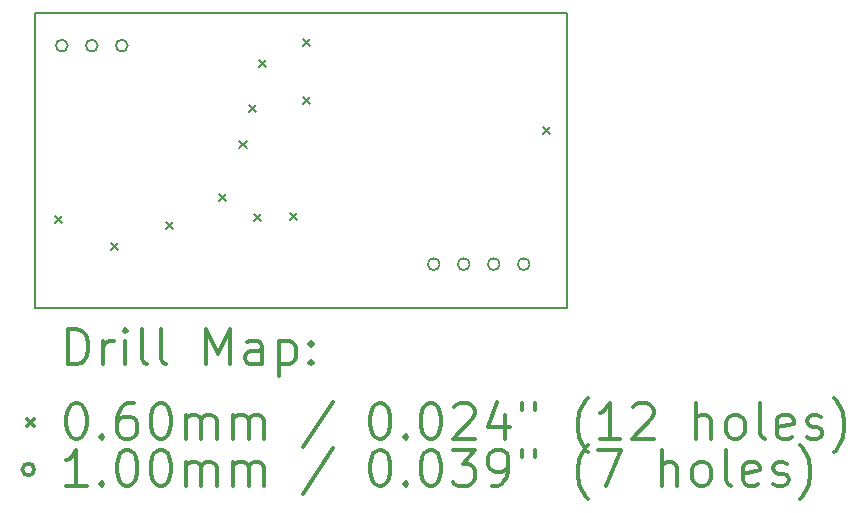
<source format=gbr>
%FSLAX45Y45*%
G04 Gerber Fmt 4.5, Leading zero omitted, Abs format (unit mm)*
G04 Created by KiCad (PCBNEW (5.1.6-0-10_14)) date 2021-08-08 15:58:09*
%MOMM*%
%LPD*%
G01*
G04 APERTURE LIST*
%TA.AperFunction,Profile*%
%ADD10C,0.150000*%
%TD*%
%ADD11C,0.200000*%
%ADD12C,0.300000*%
G04 APERTURE END LIST*
D10*
X0Y0D02*
X0Y2500000D01*
X4500000Y0D02*
X0Y0D01*
X4500000Y2500000D02*
X4500000Y0D01*
X0Y2500000D02*
X4500000Y2500000D01*
D11*
X170000Y780000D02*
X230000Y720000D01*
X230000Y780000D02*
X170000Y720000D01*
X645000Y555000D02*
X705000Y495000D01*
X705000Y555000D02*
X645000Y495000D01*
X1110000Y730000D02*
X1170000Y670000D01*
X1170000Y730000D02*
X1110000Y670000D01*
X1560000Y970000D02*
X1620000Y910000D01*
X1620000Y970000D02*
X1560000Y910000D01*
X1730000Y1420000D02*
X1790000Y1360000D01*
X1790000Y1420000D02*
X1730000Y1360000D01*
X1810000Y1720000D02*
X1870000Y1660000D01*
X1870000Y1720000D02*
X1810000Y1660000D01*
X1850000Y800000D02*
X1910000Y740000D01*
X1910000Y800000D02*
X1850000Y740000D01*
X1895001Y2105000D02*
X1955001Y2045000D01*
X1955001Y2105000D02*
X1895001Y2045000D01*
X2160000Y810000D02*
X2220000Y750000D01*
X2220000Y810000D02*
X2160000Y750000D01*
X2270000Y2280000D02*
X2330000Y2220000D01*
X2330000Y2280000D02*
X2270000Y2220000D01*
X2270000Y1790000D02*
X2330000Y1730000D01*
X2330000Y1790000D02*
X2270000Y1730000D01*
X4300000Y1540000D02*
X4360000Y1480000D01*
X4360000Y1540000D02*
X4300000Y1480000D01*
X275000Y2225000D02*
G75*
G03*
X275000Y2225000I-50000J0D01*
G01*
X529000Y2225000D02*
G75*
G03*
X529000Y2225000I-50000J0D01*
G01*
X783000Y2225000D02*
G75*
G03*
X783000Y2225000I-50000J0D01*
G01*
X3425000Y375000D02*
G75*
G03*
X3425000Y375000I-50000J0D01*
G01*
X3679000Y375000D02*
G75*
G03*
X3679000Y375000I-50000J0D01*
G01*
X3933000Y375000D02*
G75*
G03*
X3933000Y375000I-50000J0D01*
G01*
X4187000Y375000D02*
G75*
G03*
X4187000Y375000I-50000J0D01*
G01*
D12*
X278928Y-473214D02*
X278928Y-173214D01*
X350357Y-173214D01*
X393214Y-187500D01*
X421786Y-216071D01*
X436071Y-244643D01*
X450357Y-301786D01*
X450357Y-344643D01*
X436071Y-401786D01*
X421786Y-430357D01*
X393214Y-458929D01*
X350357Y-473214D01*
X278928Y-473214D01*
X578928Y-473214D02*
X578928Y-273214D01*
X578928Y-330357D02*
X593214Y-301786D01*
X607500Y-287500D01*
X636071Y-273214D01*
X664643Y-273214D01*
X764643Y-473214D02*
X764643Y-273214D01*
X764643Y-173214D02*
X750357Y-187500D01*
X764643Y-201786D01*
X778928Y-187500D01*
X764643Y-173214D01*
X764643Y-201786D01*
X950357Y-473214D02*
X921786Y-458929D01*
X907500Y-430357D01*
X907500Y-173214D01*
X1107500Y-473214D02*
X1078928Y-458929D01*
X1064643Y-430357D01*
X1064643Y-173214D01*
X1450357Y-473214D02*
X1450357Y-173214D01*
X1550357Y-387500D01*
X1650357Y-173214D01*
X1650357Y-473214D01*
X1921786Y-473214D02*
X1921786Y-316072D01*
X1907500Y-287500D01*
X1878928Y-273214D01*
X1821786Y-273214D01*
X1793214Y-287500D01*
X1921786Y-458929D02*
X1893214Y-473214D01*
X1821786Y-473214D01*
X1793214Y-458929D01*
X1778928Y-430357D01*
X1778928Y-401786D01*
X1793214Y-373214D01*
X1821786Y-358929D01*
X1893214Y-358929D01*
X1921786Y-344643D01*
X2064643Y-273214D02*
X2064643Y-573214D01*
X2064643Y-287500D02*
X2093214Y-273214D01*
X2150357Y-273214D01*
X2178928Y-287500D01*
X2193214Y-301786D01*
X2207500Y-330357D01*
X2207500Y-416071D01*
X2193214Y-444643D01*
X2178928Y-458929D01*
X2150357Y-473214D01*
X2093214Y-473214D01*
X2064643Y-458929D01*
X2336071Y-444643D02*
X2350357Y-458929D01*
X2336071Y-473214D01*
X2321786Y-458929D01*
X2336071Y-444643D01*
X2336071Y-473214D01*
X2336071Y-287500D02*
X2350357Y-301786D01*
X2336071Y-316072D01*
X2321786Y-301786D01*
X2336071Y-287500D01*
X2336071Y-316072D01*
X-67500Y-937500D02*
X-7500Y-997500D01*
X-7500Y-937500D02*
X-67500Y-997500D01*
X336071Y-803214D02*
X364643Y-803214D01*
X393214Y-817500D01*
X407500Y-831786D01*
X421786Y-860357D01*
X436071Y-917500D01*
X436071Y-988929D01*
X421786Y-1046071D01*
X407500Y-1074643D01*
X393214Y-1088929D01*
X364643Y-1103214D01*
X336071Y-1103214D01*
X307500Y-1088929D01*
X293214Y-1074643D01*
X278928Y-1046071D01*
X264643Y-988929D01*
X264643Y-917500D01*
X278928Y-860357D01*
X293214Y-831786D01*
X307500Y-817500D01*
X336071Y-803214D01*
X564643Y-1074643D02*
X578928Y-1088929D01*
X564643Y-1103214D01*
X550357Y-1088929D01*
X564643Y-1074643D01*
X564643Y-1103214D01*
X836071Y-803214D02*
X778928Y-803214D01*
X750357Y-817500D01*
X736071Y-831786D01*
X707500Y-874643D01*
X693214Y-931786D01*
X693214Y-1046071D01*
X707500Y-1074643D01*
X721786Y-1088929D01*
X750357Y-1103214D01*
X807500Y-1103214D01*
X836071Y-1088929D01*
X850357Y-1074643D01*
X864643Y-1046071D01*
X864643Y-974643D01*
X850357Y-946071D01*
X836071Y-931786D01*
X807500Y-917500D01*
X750357Y-917500D01*
X721786Y-931786D01*
X707500Y-946071D01*
X693214Y-974643D01*
X1050357Y-803214D02*
X1078928Y-803214D01*
X1107500Y-817500D01*
X1121786Y-831786D01*
X1136071Y-860357D01*
X1150357Y-917500D01*
X1150357Y-988929D01*
X1136071Y-1046071D01*
X1121786Y-1074643D01*
X1107500Y-1088929D01*
X1078928Y-1103214D01*
X1050357Y-1103214D01*
X1021786Y-1088929D01*
X1007500Y-1074643D01*
X993214Y-1046071D01*
X978928Y-988929D01*
X978928Y-917500D01*
X993214Y-860357D01*
X1007500Y-831786D01*
X1021786Y-817500D01*
X1050357Y-803214D01*
X1278928Y-1103214D02*
X1278928Y-903214D01*
X1278928Y-931786D02*
X1293214Y-917500D01*
X1321786Y-903214D01*
X1364643Y-903214D01*
X1393214Y-917500D01*
X1407500Y-946071D01*
X1407500Y-1103214D01*
X1407500Y-946071D02*
X1421786Y-917500D01*
X1450357Y-903214D01*
X1493214Y-903214D01*
X1521786Y-917500D01*
X1536071Y-946071D01*
X1536071Y-1103214D01*
X1678928Y-1103214D02*
X1678928Y-903214D01*
X1678928Y-931786D02*
X1693214Y-917500D01*
X1721786Y-903214D01*
X1764643Y-903214D01*
X1793214Y-917500D01*
X1807500Y-946071D01*
X1807500Y-1103214D01*
X1807500Y-946071D02*
X1821786Y-917500D01*
X1850357Y-903214D01*
X1893214Y-903214D01*
X1921786Y-917500D01*
X1936071Y-946071D01*
X1936071Y-1103214D01*
X2521786Y-788929D02*
X2264643Y-1174643D01*
X2907500Y-803214D02*
X2936071Y-803214D01*
X2964643Y-817500D01*
X2978928Y-831786D01*
X2993214Y-860357D01*
X3007500Y-917500D01*
X3007500Y-988929D01*
X2993214Y-1046071D01*
X2978928Y-1074643D01*
X2964643Y-1088929D01*
X2936071Y-1103214D01*
X2907500Y-1103214D01*
X2878928Y-1088929D01*
X2864643Y-1074643D01*
X2850357Y-1046071D01*
X2836071Y-988929D01*
X2836071Y-917500D01*
X2850357Y-860357D01*
X2864643Y-831786D01*
X2878928Y-817500D01*
X2907500Y-803214D01*
X3136071Y-1074643D02*
X3150357Y-1088929D01*
X3136071Y-1103214D01*
X3121786Y-1088929D01*
X3136071Y-1074643D01*
X3136071Y-1103214D01*
X3336071Y-803214D02*
X3364643Y-803214D01*
X3393214Y-817500D01*
X3407500Y-831786D01*
X3421786Y-860357D01*
X3436071Y-917500D01*
X3436071Y-988929D01*
X3421786Y-1046071D01*
X3407500Y-1074643D01*
X3393214Y-1088929D01*
X3364643Y-1103214D01*
X3336071Y-1103214D01*
X3307500Y-1088929D01*
X3293214Y-1074643D01*
X3278928Y-1046071D01*
X3264643Y-988929D01*
X3264643Y-917500D01*
X3278928Y-860357D01*
X3293214Y-831786D01*
X3307500Y-817500D01*
X3336071Y-803214D01*
X3550357Y-831786D02*
X3564643Y-817500D01*
X3593214Y-803214D01*
X3664643Y-803214D01*
X3693214Y-817500D01*
X3707500Y-831786D01*
X3721786Y-860357D01*
X3721786Y-888929D01*
X3707500Y-931786D01*
X3536071Y-1103214D01*
X3721786Y-1103214D01*
X3978928Y-903214D02*
X3978928Y-1103214D01*
X3907500Y-788929D02*
X3836071Y-1003214D01*
X4021786Y-1003214D01*
X4121786Y-803214D02*
X4121786Y-860357D01*
X4236071Y-803214D02*
X4236071Y-860357D01*
X4678928Y-1217500D02*
X4664643Y-1203214D01*
X4636071Y-1160357D01*
X4621786Y-1131786D01*
X4607500Y-1088929D01*
X4593214Y-1017500D01*
X4593214Y-960357D01*
X4607500Y-888929D01*
X4621786Y-846071D01*
X4636071Y-817500D01*
X4664643Y-774643D01*
X4678928Y-760357D01*
X4950357Y-1103214D02*
X4778928Y-1103214D01*
X4864643Y-1103214D02*
X4864643Y-803214D01*
X4836071Y-846071D01*
X4807500Y-874643D01*
X4778928Y-888929D01*
X5064643Y-831786D02*
X5078928Y-817500D01*
X5107500Y-803214D01*
X5178928Y-803214D01*
X5207500Y-817500D01*
X5221786Y-831786D01*
X5236071Y-860357D01*
X5236071Y-888929D01*
X5221786Y-931786D01*
X5050357Y-1103214D01*
X5236071Y-1103214D01*
X5593214Y-1103214D02*
X5593214Y-803214D01*
X5721786Y-1103214D02*
X5721786Y-946071D01*
X5707500Y-917500D01*
X5678928Y-903214D01*
X5636071Y-903214D01*
X5607500Y-917500D01*
X5593214Y-931786D01*
X5907500Y-1103214D02*
X5878928Y-1088929D01*
X5864643Y-1074643D01*
X5850357Y-1046071D01*
X5850357Y-960357D01*
X5864643Y-931786D01*
X5878928Y-917500D01*
X5907500Y-903214D01*
X5950357Y-903214D01*
X5978928Y-917500D01*
X5993214Y-931786D01*
X6007500Y-960357D01*
X6007500Y-1046071D01*
X5993214Y-1074643D01*
X5978928Y-1088929D01*
X5950357Y-1103214D01*
X5907500Y-1103214D01*
X6178928Y-1103214D02*
X6150357Y-1088929D01*
X6136071Y-1060357D01*
X6136071Y-803214D01*
X6407500Y-1088929D02*
X6378928Y-1103214D01*
X6321786Y-1103214D01*
X6293214Y-1088929D01*
X6278928Y-1060357D01*
X6278928Y-946071D01*
X6293214Y-917500D01*
X6321786Y-903214D01*
X6378928Y-903214D01*
X6407500Y-917500D01*
X6421786Y-946071D01*
X6421786Y-974643D01*
X6278928Y-1003214D01*
X6536071Y-1088929D02*
X6564643Y-1103214D01*
X6621786Y-1103214D01*
X6650357Y-1088929D01*
X6664643Y-1060357D01*
X6664643Y-1046071D01*
X6650357Y-1017500D01*
X6621786Y-1003214D01*
X6578928Y-1003214D01*
X6550357Y-988929D01*
X6536071Y-960357D01*
X6536071Y-946071D01*
X6550357Y-917500D01*
X6578928Y-903214D01*
X6621786Y-903214D01*
X6650357Y-917500D01*
X6764643Y-1217500D02*
X6778928Y-1203214D01*
X6807500Y-1160357D01*
X6821786Y-1131786D01*
X6836071Y-1088929D01*
X6850357Y-1017500D01*
X6850357Y-960357D01*
X6836071Y-888929D01*
X6821786Y-846071D01*
X6807500Y-817500D01*
X6778928Y-774643D01*
X6764643Y-760357D01*
X-7500Y-1363500D02*
G75*
G03*
X-7500Y-1363500I-50000J0D01*
G01*
X436071Y-1499214D02*
X264643Y-1499214D01*
X350357Y-1499214D02*
X350357Y-1199214D01*
X321786Y-1242072D01*
X293214Y-1270643D01*
X264643Y-1284929D01*
X564643Y-1470643D02*
X578928Y-1484929D01*
X564643Y-1499214D01*
X550357Y-1484929D01*
X564643Y-1470643D01*
X564643Y-1499214D01*
X764643Y-1199214D02*
X793214Y-1199214D01*
X821786Y-1213500D01*
X836071Y-1227786D01*
X850357Y-1256357D01*
X864643Y-1313500D01*
X864643Y-1384929D01*
X850357Y-1442071D01*
X836071Y-1470643D01*
X821786Y-1484929D01*
X793214Y-1499214D01*
X764643Y-1499214D01*
X736071Y-1484929D01*
X721786Y-1470643D01*
X707500Y-1442071D01*
X693214Y-1384929D01*
X693214Y-1313500D01*
X707500Y-1256357D01*
X721786Y-1227786D01*
X736071Y-1213500D01*
X764643Y-1199214D01*
X1050357Y-1199214D02*
X1078928Y-1199214D01*
X1107500Y-1213500D01*
X1121786Y-1227786D01*
X1136071Y-1256357D01*
X1150357Y-1313500D01*
X1150357Y-1384929D01*
X1136071Y-1442071D01*
X1121786Y-1470643D01*
X1107500Y-1484929D01*
X1078928Y-1499214D01*
X1050357Y-1499214D01*
X1021786Y-1484929D01*
X1007500Y-1470643D01*
X993214Y-1442071D01*
X978928Y-1384929D01*
X978928Y-1313500D01*
X993214Y-1256357D01*
X1007500Y-1227786D01*
X1021786Y-1213500D01*
X1050357Y-1199214D01*
X1278928Y-1499214D02*
X1278928Y-1299214D01*
X1278928Y-1327786D02*
X1293214Y-1313500D01*
X1321786Y-1299214D01*
X1364643Y-1299214D01*
X1393214Y-1313500D01*
X1407500Y-1342072D01*
X1407500Y-1499214D01*
X1407500Y-1342072D02*
X1421786Y-1313500D01*
X1450357Y-1299214D01*
X1493214Y-1299214D01*
X1521786Y-1313500D01*
X1536071Y-1342072D01*
X1536071Y-1499214D01*
X1678928Y-1499214D02*
X1678928Y-1299214D01*
X1678928Y-1327786D02*
X1693214Y-1313500D01*
X1721786Y-1299214D01*
X1764643Y-1299214D01*
X1793214Y-1313500D01*
X1807500Y-1342072D01*
X1807500Y-1499214D01*
X1807500Y-1342072D02*
X1821786Y-1313500D01*
X1850357Y-1299214D01*
X1893214Y-1299214D01*
X1921786Y-1313500D01*
X1936071Y-1342072D01*
X1936071Y-1499214D01*
X2521786Y-1184929D02*
X2264643Y-1570643D01*
X2907500Y-1199214D02*
X2936071Y-1199214D01*
X2964643Y-1213500D01*
X2978928Y-1227786D01*
X2993214Y-1256357D01*
X3007500Y-1313500D01*
X3007500Y-1384929D01*
X2993214Y-1442071D01*
X2978928Y-1470643D01*
X2964643Y-1484929D01*
X2936071Y-1499214D01*
X2907500Y-1499214D01*
X2878928Y-1484929D01*
X2864643Y-1470643D01*
X2850357Y-1442071D01*
X2836071Y-1384929D01*
X2836071Y-1313500D01*
X2850357Y-1256357D01*
X2864643Y-1227786D01*
X2878928Y-1213500D01*
X2907500Y-1199214D01*
X3136071Y-1470643D02*
X3150357Y-1484929D01*
X3136071Y-1499214D01*
X3121786Y-1484929D01*
X3136071Y-1470643D01*
X3136071Y-1499214D01*
X3336071Y-1199214D02*
X3364643Y-1199214D01*
X3393214Y-1213500D01*
X3407500Y-1227786D01*
X3421786Y-1256357D01*
X3436071Y-1313500D01*
X3436071Y-1384929D01*
X3421786Y-1442071D01*
X3407500Y-1470643D01*
X3393214Y-1484929D01*
X3364643Y-1499214D01*
X3336071Y-1499214D01*
X3307500Y-1484929D01*
X3293214Y-1470643D01*
X3278928Y-1442071D01*
X3264643Y-1384929D01*
X3264643Y-1313500D01*
X3278928Y-1256357D01*
X3293214Y-1227786D01*
X3307500Y-1213500D01*
X3336071Y-1199214D01*
X3536071Y-1199214D02*
X3721786Y-1199214D01*
X3621786Y-1313500D01*
X3664643Y-1313500D01*
X3693214Y-1327786D01*
X3707500Y-1342072D01*
X3721786Y-1370643D01*
X3721786Y-1442071D01*
X3707500Y-1470643D01*
X3693214Y-1484929D01*
X3664643Y-1499214D01*
X3578928Y-1499214D01*
X3550357Y-1484929D01*
X3536071Y-1470643D01*
X3864643Y-1499214D02*
X3921786Y-1499214D01*
X3950357Y-1484929D01*
X3964643Y-1470643D01*
X3993214Y-1427786D01*
X4007500Y-1370643D01*
X4007500Y-1256357D01*
X3993214Y-1227786D01*
X3978928Y-1213500D01*
X3950357Y-1199214D01*
X3893214Y-1199214D01*
X3864643Y-1213500D01*
X3850357Y-1227786D01*
X3836071Y-1256357D01*
X3836071Y-1327786D01*
X3850357Y-1356357D01*
X3864643Y-1370643D01*
X3893214Y-1384929D01*
X3950357Y-1384929D01*
X3978928Y-1370643D01*
X3993214Y-1356357D01*
X4007500Y-1327786D01*
X4121786Y-1199214D02*
X4121786Y-1256357D01*
X4236071Y-1199214D02*
X4236071Y-1256357D01*
X4678928Y-1613500D02*
X4664643Y-1599214D01*
X4636071Y-1556357D01*
X4621786Y-1527786D01*
X4607500Y-1484929D01*
X4593214Y-1413500D01*
X4593214Y-1356357D01*
X4607500Y-1284929D01*
X4621786Y-1242072D01*
X4636071Y-1213500D01*
X4664643Y-1170643D01*
X4678928Y-1156357D01*
X4764643Y-1199214D02*
X4964643Y-1199214D01*
X4836071Y-1499214D01*
X5307500Y-1499214D02*
X5307500Y-1199214D01*
X5436071Y-1499214D02*
X5436071Y-1342072D01*
X5421786Y-1313500D01*
X5393214Y-1299214D01*
X5350357Y-1299214D01*
X5321786Y-1313500D01*
X5307500Y-1327786D01*
X5621786Y-1499214D02*
X5593214Y-1484929D01*
X5578928Y-1470643D01*
X5564643Y-1442071D01*
X5564643Y-1356357D01*
X5578928Y-1327786D01*
X5593214Y-1313500D01*
X5621786Y-1299214D01*
X5664643Y-1299214D01*
X5693214Y-1313500D01*
X5707500Y-1327786D01*
X5721786Y-1356357D01*
X5721786Y-1442071D01*
X5707500Y-1470643D01*
X5693214Y-1484929D01*
X5664643Y-1499214D01*
X5621786Y-1499214D01*
X5893214Y-1499214D02*
X5864643Y-1484929D01*
X5850357Y-1456357D01*
X5850357Y-1199214D01*
X6121786Y-1484929D02*
X6093214Y-1499214D01*
X6036071Y-1499214D01*
X6007500Y-1484929D01*
X5993214Y-1456357D01*
X5993214Y-1342072D01*
X6007500Y-1313500D01*
X6036071Y-1299214D01*
X6093214Y-1299214D01*
X6121786Y-1313500D01*
X6136071Y-1342072D01*
X6136071Y-1370643D01*
X5993214Y-1399214D01*
X6250357Y-1484929D02*
X6278928Y-1499214D01*
X6336071Y-1499214D01*
X6364643Y-1484929D01*
X6378928Y-1456357D01*
X6378928Y-1442071D01*
X6364643Y-1413500D01*
X6336071Y-1399214D01*
X6293214Y-1399214D01*
X6264643Y-1384929D01*
X6250357Y-1356357D01*
X6250357Y-1342072D01*
X6264643Y-1313500D01*
X6293214Y-1299214D01*
X6336071Y-1299214D01*
X6364643Y-1313500D01*
X6478928Y-1613500D02*
X6493214Y-1599214D01*
X6521786Y-1556357D01*
X6536071Y-1527786D01*
X6550357Y-1484929D01*
X6564643Y-1413500D01*
X6564643Y-1356357D01*
X6550357Y-1284929D01*
X6536071Y-1242072D01*
X6521786Y-1213500D01*
X6493214Y-1170643D01*
X6478928Y-1156357D01*
M02*

</source>
